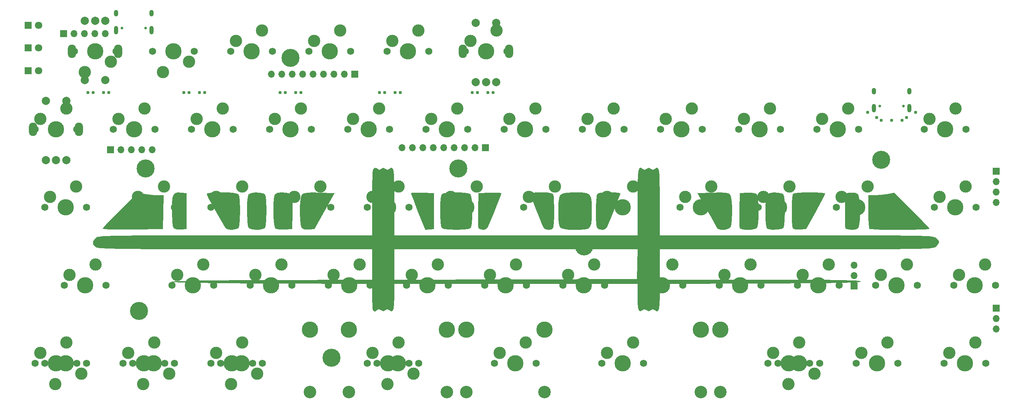
<source format=gts>
%TF.GenerationSoftware,KiCad,Pcbnew,(6.0.10)*%
%TF.CreationDate,2023-05-22T09:53:43-05:00*%
%TF.ProjectId,Monorail_Steam_Reduced,4d6f6e6f-7261-4696-9c5f-537465616d5f,rev?*%
%TF.SameCoordinates,Original*%
%TF.FileFunction,Soldermask,Top*%
%TF.FilePolarity,Negative*%
%FSLAX46Y46*%
G04 Gerber Fmt 4.6, Leading zero omitted, Abs format (unit mm)*
G04 Created by KiCad (PCBNEW (6.0.10)) date 2023-05-22 09:53:43*
%MOMM*%
%LPD*%
G01*
G04 APERTURE LIST*
G04 Aperture macros list*
%AMRoundRect*
0 Rectangle with rounded corners*
0 $1 Rounding radius*
0 $2 $3 $4 $5 $6 $7 $8 $9 X,Y pos of 4 corners*
0 Add a 4 corners polygon primitive as box body*
4,1,4,$2,$3,$4,$5,$6,$7,$8,$9,$2,$3,0*
0 Add four circle primitives for the rounded corners*
1,1,$1+$1,$2,$3*
1,1,$1+$1,$4,$5*
1,1,$1+$1,$6,$7*
1,1,$1+$1,$8,$9*
0 Add four rect primitives between the rounded corners*
20,1,$1+$1,$2,$3,$4,$5,0*
20,1,$1+$1,$4,$5,$6,$7,0*
20,1,$1+$1,$6,$7,$8,$9,0*
20,1,$1+$1,$8,$9,$2,$3,0*%
G04 Aperture macros list end*
%ADD10C,1.750000*%
%ADD11C,3.987800*%
%ADD12C,3.000000*%
%ADD13C,0.787400*%
%ADD14C,3.048000*%
%ADD15R,1.700000X1.700000*%
%ADD16O,1.700000X1.700000*%
%ADD17R,1.800000X1.800000*%
%ADD18C,1.800000*%
%ADD19C,4.400000*%
%ADD20C,2.000000*%
%ADD21RoundRect,1.000000X0.000000X-0.650000X0.000000X0.650000X0.000000X0.650000X0.000000X-0.650000X0*%
%ADD22C,0.650000*%
%ADD23O,1.000000X2.100000*%
%ADD24O,1.000000X1.600000*%
%ADD25RoundRect,1.000000X0.000000X0.650000X0.000000X-0.650000X0.000000X-0.650000X0.000000X0.650000X0*%
G04 APERTURE END LIST*
%TO.C,G\u002A\u002A\u002A*%
G36*
X60163598Y-88766712D02*
G01*
X61383010Y-88934910D01*
X62808640Y-89039651D01*
X63362257Y-89054584D01*
X65150681Y-89069333D01*
X65055591Y-93218000D01*
X64960500Y-97366667D01*
X57594500Y-97457938D01*
X55443222Y-97473394D01*
X53539624Y-97465632D01*
X51980897Y-97436823D01*
X50864234Y-97389140D01*
X50286826Y-97324756D01*
X50228500Y-97293314D01*
X50456537Y-96982374D01*
X51089560Y-96276573D01*
X52050941Y-95257310D01*
X53264049Y-94005987D01*
X54490931Y-92765504D01*
X58753363Y-88493590D01*
X60163598Y-88766712D01*
G37*
G36*
X102963667Y-88464821D02*
G01*
X106753265Y-88561333D01*
X101859939Y-97366667D01*
X100449987Y-97469742D01*
X99466301Y-97466286D01*
X98913638Y-97221319D01*
X98679601Y-96899340D01*
X98492527Y-96193818D01*
X98373563Y-95031195D01*
X98321120Y-93599867D01*
X98333609Y-92088229D01*
X98409441Y-90684679D01*
X98547028Y-89577611D01*
X98744780Y-88955422D01*
X98746618Y-88952884D01*
X99020848Y-88695700D01*
X99475698Y-88533685D01*
X100238767Y-88452069D01*
X101437648Y-88436087D01*
X102963667Y-88464821D01*
G37*
G36*
X214891719Y-88438695D02*
G01*
X215781721Y-88615429D01*
X216107434Y-88798400D01*
X216319383Y-89381127D01*
X216454898Y-90616730D01*
X216511992Y-92484855D01*
X216513834Y-92964000D01*
X216473749Y-94964615D01*
X216354821Y-96337055D01*
X216159034Y-97060968D01*
X216107434Y-97129600D01*
X215551700Y-97351595D01*
X214592801Y-97480491D01*
X213500097Y-97503749D01*
X212542948Y-97408828D01*
X212195834Y-97311707D01*
X212007203Y-96914544D01*
X211870147Y-96004036D01*
X211784987Y-94742232D01*
X211752046Y-93291178D01*
X211771646Y-91812924D01*
X211844110Y-90469516D01*
X211969759Y-89423001D01*
X212148917Y-88835428D01*
X212178900Y-88798400D01*
X212804010Y-88530180D01*
X213803716Y-88410278D01*
X214891719Y-88438695D01*
G37*
G36*
X158621876Y-88420266D02*
G01*
X159489328Y-88521455D01*
X159945405Y-88720154D01*
X160089600Y-88927699D01*
X160175952Y-89478531D01*
X160244433Y-90535388D01*
X160286321Y-91927019D01*
X160295167Y-92964000D01*
X160276035Y-94484344D01*
X160224452Y-95784930D01*
X160149141Y-96694507D01*
X160089600Y-97000301D01*
X159619017Y-97419196D01*
X158848568Y-97530542D01*
X158078256Y-97341329D01*
X157644535Y-96943333D01*
X157344935Y-96279047D01*
X156904504Y-95206792D01*
X156381070Y-93878967D01*
X155832464Y-92447970D01*
X155316515Y-91066201D01*
X154891051Y-89886058D01*
X154613903Y-89059940D01*
X154537834Y-88756189D01*
X154863450Y-88558387D01*
X155794125Y-88433858D01*
X157210933Y-88392000D01*
X158621876Y-88420266D01*
G37*
G36*
X146882046Y-88473063D02*
G01*
X147387859Y-88548428D01*
X147425834Y-88582971D01*
X147308075Y-88961182D01*
X146984985Y-89847937D01*
X146501845Y-91122514D01*
X145903935Y-92664193D01*
X145705826Y-93168668D01*
X145015742Y-94904886D01*
X144508410Y-96107113D01*
X144122820Y-96873306D01*
X143797966Y-97301423D01*
X143472838Y-97489423D01*
X143086428Y-97535264D01*
X142985864Y-97536000D01*
X142217949Y-97401349D01*
X141815895Y-97092951D01*
X141757071Y-96595361D01*
X141723686Y-95571760D01*
X141718228Y-94173080D01*
X141741857Y-92605617D01*
X141837834Y-88561333D01*
X144631834Y-88462970D01*
X145910861Y-88442322D01*
X146882046Y-88473063D01*
G37*
G36*
X224002328Y-88415493D02*
G01*
X225243122Y-88479321D01*
X226064813Y-88573507D01*
X226335167Y-88678642D01*
X226179432Y-89063723D01*
X225751725Y-89924993D01*
X225111295Y-91147814D01*
X224317391Y-92617551D01*
X224015943Y-93165975D01*
X221696720Y-97366667D01*
X220163962Y-97468146D01*
X219128260Y-97468977D01*
X218583723Y-97265711D01*
X218419185Y-97017114D01*
X218322101Y-96417489D01*
X218255418Y-95327563D01*
X218219285Y-93933312D01*
X218213852Y-92420709D01*
X218239265Y-90975729D01*
X218295673Y-89784346D01*
X218383226Y-89032534D01*
X218412734Y-88927699D01*
X218609553Y-88690227D01*
X219059042Y-88533020D01*
X219875084Y-88441066D01*
X221171565Y-88399353D01*
X222476734Y-88392000D01*
X224002328Y-88415493D01*
G37*
G36*
X247472736Y-92765504D02*
G01*
X248845077Y-94154233D01*
X250033800Y-95382618D01*
X250962297Y-96369399D01*
X251553957Y-97033314D01*
X251735167Y-97286709D01*
X251416361Y-97362513D01*
X250539113Y-97424565D01*
X249222179Y-97472676D01*
X247584315Y-97506656D01*
X245744276Y-97526313D01*
X243820819Y-97531458D01*
X241932699Y-97521901D01*
X240198672Y-97497450D01*
X238737493Y-97457917D01*
X237667920Y-97403110D01*
X237108706Y-97332839D01*
X237059611Y-97310222D01*
X236971374Y-96901436D01*
X236899291Y-95957244D01*
X236850927Y-94619515D01*
X236833834Y-93076889D01*
X236833834Y-89069333D01*
X238611834Y-89054584D01*
X239981258Y-88989285D01*
X241345645Y-88842077D01*
X241800069Y-88766712D01*
X243210304Y-88493590D01*
X247472736Y-92765504D01*
G37*
G36*
X80678839Y-88416271D02*
G01*
X81924638Y-88497873D01*
X82869322Y-88625665D01*
X83350100Y-88798400D01*
X83562049Y-89381127D01*
X83697564Y-90616730D01*
X83754659Y-92484855D01*
X83756500Y-92964000D01*
X83716416Y-94964615D01*
X83597488Y-96337055D01*
X83401701Y-97060968D01*
X83350100Y-97129600D01*
X82761174Y-97398393D01*
X81839991Y-97532554D01*
X81671043Y-97536000D01*
X80855351Y-97469510D01*
X80304482Y-97162996D01*
X79784460Y-96455890D01*
X79573665Y-96096667D01*
X78103201Y-93509419D01*
X76970047Y-91469331D01*
X76178545Y-89984494D01*
X75733036Y-89062999D01*
X75628500Y-88742414D01*
X75938997Y-88575366D01*
X76762004Y-88460407D01*
X77934797Y-88396359D01*
X79294650Y-88382040D01*
X80678839Y-88416271D01*
G37*
G36*
X95006914Y-88444151D02*
G01*
X95897590Y-88639591D01*
X96256764Y-88863366D01*
X96450656Y-89486909D01*
X96553267Y-90778168D01*
X96564368Y-92733674D01*
X96552231Y-93350699D01*
X96456500Y-97366667D01*
X94591349Y-97465782D01*
X93292886Y-97447847D01*
X92458865Y-97250155D01*
X92305349Y-97144048D01*
X92110276Y-96612460D01*
X91972472Y-95582032D01*
X91892241Y-94228457D01*
X91869886Y-92727427D01*
X91905711Y-91254635D01*
X92000022Y-89985771D01*
X92153122Y-89096529D01*
X92290900Y-88798400D01*
X92926552Y-88519018D01*
X93924230Y-88402448D01*
X95006914Y-88444151D01*
G37*
G36*
X167024515Y-88416171D02*
G01*
X168153730Y-88560562D01*
X168861296Y-88932990D01*
X169245696Y-89641269D01*
X169405415Y-90793217D01*
X169438934Y-92496649D01*
X169439167Y-92841121D01*
X169425333Y-94703996D01*
X169325928Y-95994568D01*
X169054101Y-96817867D01*
X168522996Y-97278923D01*
X167645761Y-97482764D01*
X166335542Y-97534421D01*
X165556775Y-97536000D01*
X163916436Y-97506387D01*
X162823157Y-97405300D01*
X162148749Y-97214368D01*
X161843357Y-97003809D01*
X161587681Y-96589385D01*
X161424679Y-95878215D01*
X161337984Y-94746043D01*
X161311225Y-93068612D01*
X161311167Y-92964000D01*
X161331157Y-91129524D01*
X161454171Y-89865940D01*
X161774778Y-89066859D01*
X162387546Y-88625891D01*
X163387043Y-88436647D01*
X164867836Y-88392739D01*
X165375167Y-88392000D01*
X167024515Y-88416171D01*
G37*
G36*
X137194069Y-88395746D02*
G01*
X138476324Y-88469554D01*
X139453735Y-88613151D01*
X139907434Y-88798400D01*
X140097113Y-89324653D01*
X140230096Y-90350346D01*
X140306384Y-91699964D01*
X140325976Y-93197992D01*
X140288872Y-94668914D01*
X140195072Y-95937213D01*
X140044577Y-96827375D01*
X139907434Y-97129600D01*
X139329765Y-97347292D01*
X138158429Y-97485855D01*
X136473485Y-97535961D01*
X136419167Y-97536000D01*
X134720865Y-97488530D01*
X133533907Y-97352341D01*
X132938355Y-97136757D01*
X132930900Y-97129600D01*
X132741221Y-96603347D01*
X132608237Y-95577654D01*
X132531950Y-94228035D01*
X132512358Y-92730007D01*
X132549462Y-91259086D01*
X132643261Y-89990786D01*
X132793757Y-89100624D01*
X132930900Y-88798400D01*
X133475386Y-88593053D01*
X134497886Y-88457496D01*
X135802685Y-88391726D01*
X137194069Y-88395746D01*
G37*
G36*
X115929834Y-102277333D02*
G01*
X82646522Y-102277333D01*
X77107736Y-102276460D01*
X72206891Y-102273434D01*
X67904598Y-102267646D01*
X64161466Y-102258484D01*
X60938104Y-102245339D01*
X58195124Y-102227601D01*
X55893135Y-102204659D01*
X53992747Y-102175903D01*
X52454569Y-102140724D01*
X51239212Y-102098511D01*
X50307285Y-102048654D01*
X49619399Y-101990543D01*
X49136162Y-101923568D01*
X48818186Y-101847118D01*
X48626080Y-101760583D01*
X48610522Y-101750129D01*
X47967213Y-101059106D01*
X47984145Y-100311347D01*
X48535167Y-99568000D01*
X48657938Y-99456510D01*
X48816587Y-99357976D01*
X49051322Y-99271599D01*
X49402350Y-99196578D01*
X49909880Y-99132114D01*
X50614120Y-99077405D01*
X51555277Y-99031653D01*
X52773560Y-98994056D01*
X54309176Y-98963815D01*
X56202334Y-98940129D01*
X58493242Y-98922199D01*
X61222108Y-98909223D01*
X64429139Y-98900403D01*
X68154545Y-98894937D01*
X72438531Y-98892026D01*
X77321308Y-98890869D01*
X82571167Y-98890667D01*
X115929834Y-98890667D01*
X115929834Y-90752038D01*
X115934328Y-88168106D01*
X115951252Y-86182048D01*
X115985764Y-84714443D01*
X116043023Y-83685870D01*
X116128188Y-83016908D01*
X116246418Y-82628138D01*
X116402872Y-82440137D01*
X116472013Y-82405355D01*
X117075292Y-82448004D01*
X117292868Y-82648207D01*
X117612243Y-82928393D01*
X118076281Y-82680035D01*
X118105355Y-82656088D01*
X118655487Y-82386088D01*
X119147167Y-82634667D01*
X119697259Y-82882988D01*
X120148332Y-82646979D01*
X120506246Y-82406610D01*
X120785878Y-82392456D01*
X120996668Y-82668525D01*
X121148060Y-83298824D01*
X121249495Y-84347361D01*
X121310417Y-85878145D01*
X121340267Y-87955182D01*
X121348487Y-90642481D01*
X121348500Y-90782654D01*
X121348500Y-98890667D01*
X180615167Y-98890667D01*
X180615167Y-90782654D01*
X180622615Y-88065568D01*
X180651256Y-85961705D01*
X180710532Y-84407059D01*
X180809884Y-83337620D01*
X180958756Y-82689381D01*
X181166589Y-82398334D01*
X181442827Y-82400471D01*
X181796911Y-82631785D01*
X181815335Y-82646979D01*
X182356800Y-82881877D01*
X182816500Y-82634667D01*
X183358551Y-82383790D01*
X183832500Y-82634667D01*
X184382592Y-82882988D01*
X184833665Y-82646979D01*
X185191580Y-82406610D01*
X185471211Y-82392456D01*
X185682001Y-82668525D01*
X185833393Y-83298824D01*
X185934828Y-84347361D01*
X185995750Y-85878145D01*
X186025600Y-87955182D01*
X186033821Y-90642481D01*
X186033834Y-90782654D01*
X186033834Y-98890667D01*
X219392500Y-98890667D01*
X224883624Y-98890896D01*
X229737622Y-98892116D01*
X233994703Y-98895129D01*
X237695075Y-98900733D01*
X240878946Y-98909729D01*
X243586523Y-98922917D01*
X245858016Y-98941098D01*
X247733630Y-98965072D01*
X249253576Y-98995638D01*
X250458061Y-99033596D01*
X251387292Y-99079748D01*
X252081478Y-99134893D01*
X252580827Y-99199831D01*
X252925547Y-99275363D01*
X253155846Y-99362289D01*
X253311931Y-99461408D01*
X253428500Y-99568000D01*
X253925732Y-100174529D01*
X254105834Y-100584000D01*
X253887238Y-101051211D01*
X253428500Y-101600000D01*
X253305729Y-101711490D01*
X253147080Y-101810024D01*
X252912345Y-101896401D01*
X252561317Y-101971421D01*
X252053787Y-102035886D01*
X251349547Y-102090594D01*
X250408390Y-102136347D01*
X249190107Y-102173943D01*
X247654491Y-102204185D01*
X245761333Y-102227871D01*
X243470425Y-102245801D01*
X240741559Y-102258777D01*
X237534528Y-102267597D01*
X233809122Y-102273063D01*
X229525136Y-102275974D01*
X224642359Y-102277131D01*
X219392500Y-102277333D01*
X186033834Y-102277333D01*
X186033834Y-109728000D01*
X210615389Y-109728000D01*
X215452865Y-109730152D01*
X219651554Y-109737055D01*
X223249992Y-109749375D01*
X226286713Y-109767780D01*
X228800251Y-109792937D01*
X230829141Y-109825514D01*
X232411918Y-109866178D01*
X233587116Y-109915597D01*
X234393270Y-109974438D01*
X234868915Y-110043369D01*
X235052584Y-110123057D01*
X235055858Y-110151333D01*
X234893611Y-110235878D01*
X234441194Y-110310369D01*
X233660272Y-110375604D01*
X232512510Y-110432378D01*
X230959573Y-110481486D01*
X228963126Y-110523724D01*
X226484835Y-110559888D01*
X223486363Y-110590774D01*
X219929376Y-110617177D01*
X215775540Y-110639892D01*
X210986519Y-110659717D01*
X210474303Y-110661560D01*
X186033834Y-110748454D01*
X186033834Y-113943573D01*
X185992973Y-115678384D01*
X185856385Y-116796412D01*
X185603061Y-117354073D01*
X185211990Y-117407782D01*
X184833665Y-117166354D01*
X184292201Y-116931456D01*
X183832500Y-117178667D01*
X183290449Y-117429543D01*
X182816500Y-117178667D01*
X182266408Y-116930345D01*
X181815335Y-117166354D01*
X181312288Y-117440313D01*
X180962037Y-117251134D01*
X180743575Y-116542368D01*
X180635895Y-115257563D01*
X180615167Y-113941346D01*
X180615167Y-110744000D01*
X121348500Y-110744000D01*
X121348500Y-113941346D01*
X121307689Y-115676723D01*
X121171251Y-116795341D01*
X120918178Y-117353650D01*
X120527461Y-117408102D01*
X120148332Y-117166354D01*
X119606867Y-116931456D01*
X119147167Y-117178667D01*
X118609247Y-117427763D01*
X118116814Y-117166754D01*
X117573705Y-116912434D01*
X117202414Y-117125286D01*
X116625060Y-117498620D01*
X116155611Y-117291555D01*
X116057065Y-116874262D01*
X115980318Y-115942636D01*
X115936237Y-114659590D01*
X115929834Y-113907116D01*
X115929834Y-110748454D01*
X91461167Y-110661560D01*
X86205789Y-110638228D01*
X81567315Y-110607822D01*
X77553643Y-110570478D01*
X74172673Y-110526335D01*
X71432304Y-110475530D01*
X69340435Y-110418200D01*
X67904965Y-110354482D01*
X67133793Y-110284514D01*
X66992500Y-110236000D01*
X67329837Y-110162063D01*
X68336581Y-110094288D01*
X70004833Y-110032811D01*
X72326694Y-109977770D01*
X75294265Y-109929302D01*
X78899646Y-109887546D01*
X83134938Y-109852637D01*
X87992242Y-109824714D01*
X91461167Y-109810440D01*
X113628100Y-109731720D01*
X121348500Y-109731720D01*
X150897167Y-109645193D01*
X180445834Y-109558667D01*
X180638082Y-102277333D01*
X121348500Y-102277333D01*
X121348500Y-109731720D01*
X113628100Y-109731720D01*
X115929834Y-109723546D01*
X115929834Y-102277333D01*
G37*
G36*
X208490992Y-88470496D02*
G01*
X209359328Y-88630532D01*
X209598658Y-88753482D01*
X209814431Y-89264920D01*
X209971811Y-90277809D01*
X210069263Y-91618655D01*
X210105252Y-93113966D01*
X210078243Y-94590251D01*
X209986701Y-95874017D01*
X209829091Y-96791770D01*
X209672767Y-97129600D01*
X209098317Y-97383789D01*
X208164451Y-97515663D01*
X207107287Y-97527288D01*
X206162942Y-97420731D01*
X205567535Y-97198058D01*
X205485228Y-97092951D01*
X205426405Y-96595361D01*
X205393019Y-95571760D01*
X205387561Y-94173080D01*
X205411191Y-92605617D01*
X205507167Y-88561333D01*
X207312658Y-88458015D01*
X208490992Y-88470496D01*
G37*
G36*
X88569052Y-88438695D02*
G01*
X89459054Y-88615429D01*
X89784767Y-88798400D01*
X89996716Y-89381127D01*
X90132231Y-90616730D01*
X90189326Y-92484855D01*
X90191167Y-92964000D01*
X90151083Y-94964615D01*
X90032154Y-96337055D01*
X89836367Y-97060968D01*
X89784767Y-97129600D01*
X89218210Y-97375754D01*
X88266305Y-97520159D01*
X87820500Y-97536000D01*
X86793325Y-97452417D01*
X86029120Y-97241765D01*
X85856234Y-97129600D01*
X85644284Y-96546873D01*
X85508769Y-95311270D01*
X85451675Y-93443144D01*
X85449834Y-92964000D01*
X85489918Y-90963385D01*
X85608846Y-89590945D01*
X85804633Y-88867032D01*
X85856234Y-88798400D01*
X86481343Y-88530180D01*
X87481049Y-88410278D01*
X88569052Y-88438695D01*
G37*
G36*
X233646597Y-88483223D02*
G01*
X234275873Y-88830826D01*
X234364993Y-88940043D01*
X234569196Y-89556236D01*
X234712562Y-90645170D01*
X234794431Y-92029067D01*
X234814141Y-93530148D01*
X234771031Y-94970634D01*
X234664442Y-96172746D01*
X234493712Y-96958706D01*
X234395434Y-97129600D01*
X233791923Y-97413396D01*
X232903364Y-97526216D01*
X232001717Y-97471202D01*
X231358946Y-97251499D01*
X231223895Y-97092951D01*
X231165071Y-96595361D01*
X231131686Y-95571760D01*
X231126228Y-94173080D01*
X231149857Y-92605617D01*
X231245834Y-88561333D01*
X232586993Y-88451981D01*
X233646597Y-88483223D01*
G37*
G36*
X201835106Y-88457957D02*
G01*
X202555300Y-88548304D01*
X202982257Y-88720894D01*
X203217049Y-88952884D01*
X203413569Y-89566991D01*
X203551433Y-90667645D01*
X203628812Y-92066447D01*
X203643880Y-93575000D01*
X203594812Y-95004905D01*
X203479779Y-96167764D01*
X203296956Y-96875179D01*
X203293918Y-96880931D01*
X202743978Y-97309332D01*
X201848137Y-97530422D01*
X200894184Y-97523532D01*
X200169910Y-97267990D01*
X200023821Y-97115807D01*
X199764836Y-96677132D01*
X199246433Y-95768392D01*
X198537778Y-94511810D01*
X197708040Y-93029614D01*
X197484410Y-92628473D01*
X195218986Y-88561333D01*
X199004292Y-88464821D01*
X200693996Y-88435060D01*
X201835106Y-88457957D01*
G37*
G36*
X175020988Y-88420701D02*
G01*
X175978442Y-88497316D01*
X176464885Y-88607610D01*
X176494722Y-88657446D01*
X176335576Y-89054822D01*
X175978041Y-89959010D01*
X175470941Y-91246212D01*
X174863099Y-92792632D01*
X174691616Y-93229446D01*
X174011159Y-94949883D01*
X173513050Y-96137664D01*
X173134195Y-96891433D01*
X172811502Y-97309833D01*
X172481878Y-97491507D01*
X172082229Y-97535100D01*
X171937115Y-97536000D01*
X171113571Y-97406185D01*
X170717787Y-96931063D01*
X170668624Y-96774000D01*
X170564232Y-96009636D01*
X170498313Y-94779477D01*
X170470866Y-93293965D01*
X170481892Y-91763545D01*
X170531392Y-90398660D01*
X170619363Y-89409754D01*
X170668624Y-89154000D01*
X170814957Y-88782761D01*
X171105670Y-88556699D01*
X171684729Y-88440098D01*
X172696101Y-88397244D01*
X173740222Y-88392000D01*
X175020988Y-88420701D01*
G37*
G36*
X127747409Y-88449776D02*
G01*
X128206500Y-88462970D01*
X131000500Y-88561333D01*
X131000500Y-97366667D01*
X129933956Y-97470246D01*
X128867411Y-97573825D01*
X127139956Y-93187580D01*
X126514642Y-91584936D01*
X125990197Y-90212445D01*
X125611801Y-89190535D01*
X125424632Y-88639634D01*
X125412500Y-88582971D01*
X125724445Y-88493991D01*
X126555258Y-88447337D01*
X127747409Y-88449776D01*
G37*
G36*
X69424199Y-88454814D02*
G01*
X70717834Y-88561333D01*
X70717834Y-97366667D01*
X69361643Y-97466743D01*
X68368481Y-97431229D01*
X67665139Y-97209691D01*
X67583643Y-97145010D01*
X67364204Y-96585727D01*
X67225548Y-95412150D01*
X67165102Y-93598620D01*
X67161834Y-92937734D01*
X67185733Y-91078479D01*
X67290773Y-89796747D01*
X67526961Y-88993444D01*
X67944307Y-88569476D01*
X68592821Y-88425748D01*
X69424199Y-88454814D01*
G37*
%TD*%
D10*
%TO.C,MX18*%
X33813750Y-73025000D03*
D11*
X38893750Y-73025000D03*
D12*
X41433750Y-67945000D03*
D10*
X43973750Y-73025000D03*
D12*
X35083750Y-70485000D03*
%TD*%
%TO.C,MX17*%
X60483750Y-67945000D03*
D11*
X57943750Y-73025000D03*
D10*
X63023750Y-73025000D03*
D12*
X54133750Y-70485000D03*
D10*
X52863750Y-73025000D03*
%TD*%
D12*
%TO.C,MX16*%
X73183750Y-70485000D03*
D10*
X71913750Y-73025000D03*
D11*
X76993750Y-73025000D03*
D12*
X79533750Y-67945000D03*
D10*
X82073750Y-73025000D03*
%TD*%
%TO.C,MX15*%
X90963750Y-73025000D03*
D11*
X96043750Y-73025000D03*
D12*
X92233750Y-70485000D03*
D10*
X101123750Y-73025000D03*
D12*
X98583750Y-67945000D03*
%TD*%
%TO.C,MX14*%
X117633750Y-67945000D03*
D10*
X110013750Y-73025000D03*
D11*
X115093750Y-73025000D03*
D10*
X120173750Y-73025000D03*
D12*
X111283750Y-70485000D03*
%TD*%
D11*
%TO.C,MX13*%
X134143750Y-73025000D03*
D12*
X130333750Y-70485000D03*
D10*
X129063750Y-73025000D03*
D12*
X136683750Y-67945000D03*
D10*
X139223750Y-73025000D03*
%TD*%
%TO.C,MX12*%
X148113750Y-73025000D03*
D11*
X153193750Y-73025000D03*
D12*
X149383750Y-70485000D03*
D10*
X158273750Y-73025000D03*
D12*
X155733750Y-67945000D03*
%TD*%
D11*
%TO.C,MX11*%
X172243750Y-73025000D03*
D12*
X168433750Y-70485000D03*
X174783750Y-67945000D03*
D10*
X177323750Y-73025000D03*
X167163750Y-73025000D03*
%TD*%
D12*
%TO.C,MX10*%
X187483750Y-70485000D03*
X193833750Y-67945000D03*
D10*
X196373750Y-73025000D03*
X186213750Y-73025000D03*
D11*
X191293750Y-73025000D03*
%TD*%
%TO.C,MX9*%
X210343750Y-73025000D03*
D10*
X205263750Y-73025000D03*
D12*
X206533750Y-70485000D03*
D10*
X215423750Y-73025000D03*
D12*
X212883750Y-67945000D03*
%TD*%
%TO.C,MX8*%
X225583750Y-70485000D03*
X231933750Y-67945000D03*
D11*
X229393750Y-73025000D03*
D10*
X234473750Y-73025000D03*
X224313750Y-73025000D03*
%TD*%
D12*
%TO.C,MX7*%
X251777500Y-70485000D03*
X258127500Y-67945000D03*
D10*
X250507500Y-73025000D03*
X260667500Y-73025000D03*
D11*
X255587500Y-73025000D03*
%TD*%
D12*
%TO.C,MX30*%
X43815000Y-86995000D03*
D10*
X36195000Y-92075000D03*
D11*
X41275000Y-92075000D03*
D10*
X46355000Y-92075000D03*
D12*
X37465000Y-89535000D03*
%TD*%
D11*
%TO.C,MX29*%
X62706250Y-92075000D03*
D12*
X58896250Y-89535000D03*
D10*
X57626250Y-92075000D03*
X67786250Y-92075000D03*
D12*
X65246250Y-86995000D03*
%TD*%
D10*
%TO.C,MX28*%
X76676250Y-92075000D03*
D11*
X81756250Y-92075000D03*
D12*
X84296250Y-86995000D03*
X77946250Y-89535000D03*
D10*
X86836250Y-92075000D03*
%TD*%
%TO.C,MX27*%
X95726250Y-92075000D03*
D12*
X103346250Y-86995000D03*
D11*
X100806250Y-92075000D03*
D10*
X105886250Y-92075000D03*
D12*
X96996250Y-89535000D03*
%TD*%
D11*
%TO.C,MX26*%
X119856250Y-92075000D03*
D10*
X114776250Y-92075000D03*
X124936250Y-92075000D03*
D12*
X116046250Y-89535000D03*
X122396250Y-86995000D03*
%TD*%
%TO.C,MX25*%
X135096250Y-89535000D03*
X141446250Y-86995000D03*
D10*
X143986250Y-92075000D03*
D11*
X138906250Y-92075000D03*
D10*
X133826250Y-92075000D03*
%TD*%
%TO.C,MX24*%
X163036250Y-92075000D03*
X152876250Y-92075000D03*
D12*
X160496250Y-86995000D03*
D11*
X157956250Y-92075000D03*
D12*
X154146250Y-89535000D03*
%TD*%
%TO.C,MX19*%
X179546250Y-86995000D03*
D10*
X182086250Y-92075000D03*
D11*
X177006250Y-92075000D03*
D10*
X171926250Y-92075000D03*
D12*
X173196250Y-89535000D03*
%TD*%
D11*
%TO.C,MX23*%
X196056250Y-92075000D03*
D12*
X198596250Y-86995000D03*
D10*
X201136250Y-92075000D03*
D12*
X192246250Y-89535000D03*
D10*
X190976250Y-92075000D03*
%TD*%
D11*
%TO.C,MX22*%
X215106250Y-92075000D03*
D10*
X220186250Y-92075000D03*
D12*
X217646250Y-86995000D03*
D10*
X210026250Y-92075000D03*
D12*
X211296250Y-89535000D03*
%TD*%
%TO.C,MX21*%
X236696250Y-86995000D03*
D10*
X239236250Y-92075000D03*
X229076250Y-92075000D03*
D11*
X234156250Y-92075000D03*
D12*
X230346250Y-89535000D03*
%TD*%
D10*
%TO.C,MX20*%
X252888750Y-92075000D03*
D11*
X257968750Y-92075000D03*
D12*
X254158750Y-89535000D03*
D10*
X263048750Y-92075000D03*
D12*
X260508750Y-86995000D03*
%TD*%
D10*
%TO.C,MX42*%
X40957500Y-111125000D03*
D12*
X42227500Y-108585000D03*
D11*
X46037500Y-111125000D03*
D12*
X48577500Y-106045000D03*
D10*
X51117500Y-111125000D03*
%TD*%
D11*
%TO.C,MX41*%
X72231250Y-111125000D03*
D10*
X77311250Y-111125000D03*
D12*
X74771250Y-106045000D03*
X68421250Y-108585000D03*
D10*
X67151250Y-111125000D03*
%TD*%
%TO.C,MX40*%
X86201250Y-111125000D03*
D12*
X87471250Y-108585000D03*
D10*
X96361250Y-111125000D03*
D12*
X93821250Y-106045000D03*
D11*
X91281250Y-111125000D03*
%TD*%
D10*
%TO.C,MX39*%
X115411250Y-111125000D03*
D12*
X106521250Y-108585000D03*
D10*
X105251250Y-111125000D03*
D12*
X112871250Y-106045000D03*
D11*
X110331250Y-111125000D03*
%TD*%
D10*
%TO.C,MX38*%
X134461250Y-111125000D03*
X124301250Y-111125000D03*
D11*
X129381250Y-111125000D03*
D12*
X131921250Y-106045000D03*
X125571250Y-108585000D03*
%TD*%
D10*
%TO.C,MX37*%
X143351250Y-111125000D03*
D12*
X150971250Y-106045000D03*
X144621250Y-108585000D03*
D11*
X148431250Y-111125000D03*
D10*
X153511250Y-111125000D03*
%TD*%
D12*
%TO.C,MX36*%
X163671250Y-108585000D03*
D10*
X162401250Y-111125000D03*
D11*
X167481250Y-111125000D03*
D10*
X172561250Y-111125000D03*
D12*
X170021250Y-106045000D03*
%TD*%
D10*
%TO.C,MX35*%
X181451250Y-111125000D03*
X191611250Y-111125000D03*
D12*
X189071250Y-106045000D03*
X182721250Y-108585000D03*
D11*
X186531250Y-111125000D03*
%TD*%
D10*
%TO.C,MX34*%
X210661250Y-111125000D03*
D12*
X201771250Y-108585000D03*
X208121250Y-106045000D03*
D11*
X205581250Y-111125000D03*
D10*
X200501250Y-111125000D03*
%TD*%
D12*
%TO.C,MX33*%
X227171250Y-106045000D03*
D11*
X224631250Y-111125000D03*
D10*
X229711250Y-111125000D03*
X219551250Y-111125000D03*
D12*
X220821250Y-108585000D03*
%TD*%
D10*
%TO.C,MX32*%
X238601250Y-111125000D03*
D11*
X243681250Y-111125000D03*
D10*
X248761250Y-111125000D03*
D12*
X246221250Y-106045000D03*
X239871250Y-108585000D03*
%TD*%
D10*
%TO.C,MX31*%
X267811250Y-111125000D03*
D12*
X265271250Y-106045000D03*
X258921250Y-108585000D03*
D11*
X262731250Y-111125000D03*
D10*
X257651250Y-111125000D03*
%TD*%
%TO.C,MX5*%
X72548750Y-53975000D03*
D12*
X71278750Y-56515000D03*
D11*
X67468750Y-53975000D03*
D12*
X64928750Y-59055000D03*
D10*
X62388750Y-53975000D03*
%TD*%
D11*
%TO.C,MX4*%
X86518750Y-53975000D03*
D10*
X91598750Y-53975000D03*
X81438750Y-53975000D03*
D12*
X82708750Y-51435000D03*
X89058750Y-48895000D03*
%TD*%
%TO.C,MX3*%
X108108750Y-48895000D03*
D10*
X110648750Y-53975000D03*
X100488750Y-53975000D03*
D12*
X101758750Y-51435000D03*
D11*
X105568750Y-53975000D03*
%TD*%
D10*
%TO.C,MX2*%
X129698750Y-53975000D03*
X119538750Y-53975000D03*
D12*
X120808750Y-51435000D03*
D11*
X124618750Y-53975000D03*
D12*
X127158750Y-48895000D03*
%TD*%
D10*
%TO.C,MX1*%
X138588750Y-53975000D03*
D11*
X143668750Y-53975000D03*
D12*
X139858750Y-51435000D03*
X146208750Y-48895000D03*
D10*
X148748750Y-53975000D03*
%TD*%
D12*
%TO.C,MX44*%
X241458750Y-125095000D03*
D11*
X238918750Y-130175000D03*
D10*
X243998750Y-130175000D03*
D12*
X235108750Y-127635000D03*
D10*
X233838750Y-130175000D03*
%TD*%
D13*
%TO.C,REF\u002A\u002A*%
X50482500Y-64039750D03*
X51752500Y-64039750D03*
X47942500Y-64039750D03*
X46672500Y-64039750D03*
%TD*%
D10*
%TO.C,MX55*%
X36195000Y-130175000D03*
X46355000Y-130175000D03*
D12*
X38735000Y-135255000D03*
X45085000Y-132715000D03*
D11*
X41275000Y-130175000D03*
%TD*%
D13*
%TO.C,REF\u002A\u002A*%
X98583750Y-64039750D03*
X97313750Y-64039750D03*
X93503750Y-64039750D03*
X94773750Y-64039750D03*
%TD*%
D10*
%TO.C,MX48*%
X145732500Y-130175000D03*
D11*
X100812600Y-121920000D03*
X200812400Y-121920000D03*
D12*
X147002500Y-127635000D03*
X153352500Y-125095000D03*
D10*
X155892500Y-130175000D03*
D14*
X100812600Y-137160000D03*
D11*
X150812500Y-130175000D03*
D14*
X200812400Y-137160000D03*
%TD*%
D15*
%TO.C,J3*%
X143512500Y-77437500D03*
D16*
X140972500Y-77437500D03*
X138432500Y-77437500D03*
X135892500Y-77437500D03*
X133352500Y-77437500D03*
X130812500Y-77437500D03*
X128272500Y-77437500D03*
X125732500Y-77437500D03*
X123192500Y-77437500D03*
%TD*%
D13*
%TO.C,REF\u002A\u002A*%
X245030625Y-70786625D03*
X242490625Y-70786625D03*
X239950625Y-70786625D03*
%TD*%
D10*
%TO.C,MX53*%
X67786250Y-130175000D03*
X57626250Y-130175000D03*
D11*
X62706250Y-130175000D03*
D12*
X60166250Y-135255000D03*
X66516250Y-132715000D03*
%TD*%
D15*
%TO.C,J2*%
X111680625Y-59531250D03*
D16*
X109140625Y-59531250D03*
X106600625Y-59531250D03*
X104060625Y-59531250D03*
X101520625Y-59531250D03*
X98980625Y-59531250D03*
X96440625Y-59531250D03*
X93900625Y-59531250D03*
X91360625Y-59531250D03*
%TD*%
D15*
%TO.C,J4*%
X52175000Y-78000000D03*
D16*
X54715000Y-78000000D03*
X57255000Y-78000000D03*
X59795000Y-78000000D03*
X62335000Y-78000000D03*
%TD*%
D17*
%TO.C,D3*%
X32099250Y-58642000D03*
D18*
X34639250Y-58642000D03*
%TD*%
D13*
%TO.C,REF\u002A\u002A*%
X141605000Y-64039750D03*
X145415000Y-64039750D03*
X144145000Y-64039750D03*
X140335000Y-64039750D03*
%TD*%
D10*
%TO.C,MX45*%
X224948750Y-130175000D03*
D11*
X219868750Y-130175000D03*
D12*
X223678750Y-132715000D03*
X217328750Y-135255000D03*
D10*
X214788750Y-130175000D03*
%TD*%
D19*
%TO.C,*%
X96043750Y-55562500D03*
%TD*%
D12*
%TO.C,MX56*%
X41433750Y-125095000D03*
D10*
X33813750Y-130175000D03*
D11*
X38893750Y-130175000D03*
D10*
X43973750Y-130175000D03*
D12*
X35083750Y-127635000D03*
%TD*%
D14*
%TO.C,MX47*%
X196056250Y-137160000D03*
D11*
X157956250Y-121920000D03*
D10*
X182086250Y-130175000D03*
D12*
X179546250Y-125095000D03*
D11*
X177006250Y-130175000D03*
D14*
X157956250Y-137160000D03*
D10*
X171926250Y-130175000D03*
D11*
X196056250Y-121920000D03*
D12*
X173196250Y-127635000D03*
%TD*%
D20*
%TO.C,SW1*%
X141168750Y-61475000D03*
X146168750Y-61475000D03*
X143668750Y-61475000D03*
D21*
X138068750Y-53975000D03*
X149268750Y-53975000D03*
D20*
X146168750Y-46975000D03*
X141168750Y-46975000D03*
%TD*%
D13*
%TO.C,REF\u002A\u002A*%
X122793125Y-64039750D03*
X118983125Y-64039750D03*
X117713125Y-64039750D03*
X121523125Y-64039750D03*
%TD*%
D17*
%TO.C,D1*%
X32099250Y-47592000D03*
D18*
X34639250Y-47592000D03*
%TD*%
D12*
%TO.C,MX6*%
X52228750Y-56515000D03*
D10*
X43338750Y-53975000D03*
D11*
X48418750Y-53975000D03*
D10*
X53498750Y-53975000D03*
D12*
X45878750Y-59055000D03*
%TD*%
D19*
%TO.C,H1*%
X239953400Y-80424450D03*
X136903400Y-82550450D03*
X167553400Y-101600450D03*
X60703400Y-82550450D03*
X59103400Y-117324450D03*
X106053400Y-128774450D03*
%TD*%
D12*
%TO.C,MX54*%
X62865000Y-125095000D03*
D11*
X60325000Y-130175000D03*
D10*
X65405000Y-130175000D03*
X55245000Y-130175000D03*
D12*
X56515000Y-127635000D03*
%TD*%
D13*
%TO.C,REF\u002A\u002A*%
X246135466Y-70140262D03*
X248335170Y-68870262D03*
%TD*%
D12*
%TO.C,MX46*%
X213677500Y-127635000D03*
D10*
X212407500Y-130175000D03*
D11*
X217487500Y-130175000D03*
D10*
X222567500Y-130175000D03*
D12*
X220027500Y-125095000D03*
%TD*%
D10*
%TO.C,MX51*%
X79057500Y-130175000D03*
D11*
X84137500Y-130175000D03*
D12*
X87947500Y-132715000D03*
X81597500Y-135255000D03*
D10*
X89217500Y-130175000D03*
%TD*%
D13*
%TO.C,REF\u002A\u002A*%
X70088125Y-64039750D03*
X75168125Y-64039750D03*
X71358125Y-64039750D03*
X73898125Y-64039750D03*
%TD*%
D11*
%TO.C,MX43*%
X260350000Y-130175000D03*
D12*
X256540000Y-127635000D03*
D10*
X265430000Y-130175000D03*
D12*
X262890000Y-125095000D03*
D10*
X255270000Y-130175000D03*
%TD*%
D14*
%TO.C,MX50*%
X138906250Y-137160000D03*
D11*
X100806250Y-121920000D03*
D10*
X124936250Y-130175000D03*
D12*
X122396250Y-125095000D03*
D10*
X114776250Y-130175000D03*
D12*
X116046250Y-127635000D03*
D14*
X100806250Y-137160000D03*
D11*
X138906250Y-121920000D03*
X119856250Y-130175000D03*
%TD*%
D17*
%TO.C,D2*%
X32099250Y-53117000D03*
D18*
X34639250Y-53117000D03*
%TD*%
D13*
%TO.C,REF\u002A\u002A*%
X236655560Y-68861242D03*
X238855264Y-70131242D03*
%TD*%
D15*
%TO.C,J1*%
X40737500Y-49587500D03*
D16*
X43277500Y-49587500D03*
X45817500Y-49587500D03*
X48357500Y-49587500D03*
X50897500Y-49587500D03*
%TD*%
D12*
%TO.C,MX49*%
X126047500Y-132715000D03*
X119697500Y-135255000D03*
D14*
X134175500Y-137160000D03*
D11*
X134175500Y-121920000D03*
D14*
X110299500Y-137160000D03*
D10*
X127317500Y-130175000D03*
D11*
X122237500Y-130175000D03*
D10*
X117157500Y-130175000D03*
D11*
X110299500Y-121920000D03*
%TD*%
D12*
%TO.C,MX52*%
X84296250Y-125095000D03*
X77946250Y-127635000D03*
D10*
X76676250Y-130175000D03*
D11*
X81756250Y-130175000D03*
D10*
X86836250Y-130175000D03*
%TD*%
D22*
%TO.C,J6*%
X245380625Y-67290625D03*
X239600625Y-67290625D03*
D23*
X246810625Y-67820625D03*
D24*
X238170625Y-63640625D03*
D23*
X238170625Y-67820625D03*
D24*
X246810625Y-63640625D03*
%TD*%
D15*
%TO.C,SWD1*%
X233362500Y-111268750D03*
D16*
X233362500Y-108728750D03*
X233362500Y-106188750D03*
%TD*%
D15*
%TO.C,J9*%
X267962500Y-116712500D03*
D16*
X267962500Y-119252500D03*
X267962500Y-121792500D03*
%TD*%
D22*
%TO.C,J5*%
X60770250Y-48240625D03*
X54990250Y-48240625D03*
D24*
X53560250Y-44590625D03*
D23*
X62200250Y-48770625D03*
D24*
X62200250Y-44590625D03*
D23*
X53560250Y-48770625D03*
%TD*%
D15*
%TO.C,J8*%
X267962500Y-83237500D03*
D16*
X267962500Y-85777500D03*
X267962500Y-88317500D03*
X267962500Y-90857500D03*
%TD*%
D20*
%TO.C,SW2*%
X45918750Y-46475000D03*
X50918750Y-46475000D03*
X48418750Y-46475000D03*
D25*
X54018750Y-53975000D03*
X42818750Y-53975000D03*
D20*
X50918750Y-60975000D03*
X45918750Y-60975000D03*
%TD*%
%TO.C,SW3*%
X41393750Y-80525000D03*
X36393750Y-80525000D03*
X38893750Y-80525000D03*
D21*
X33293750Y-73025000D03*
X44493750Y-73025000D03*
D20*
X36393750Y-66025000D03*
X41393750Y-66025000D03*
%TD*%
M02*

</source>
